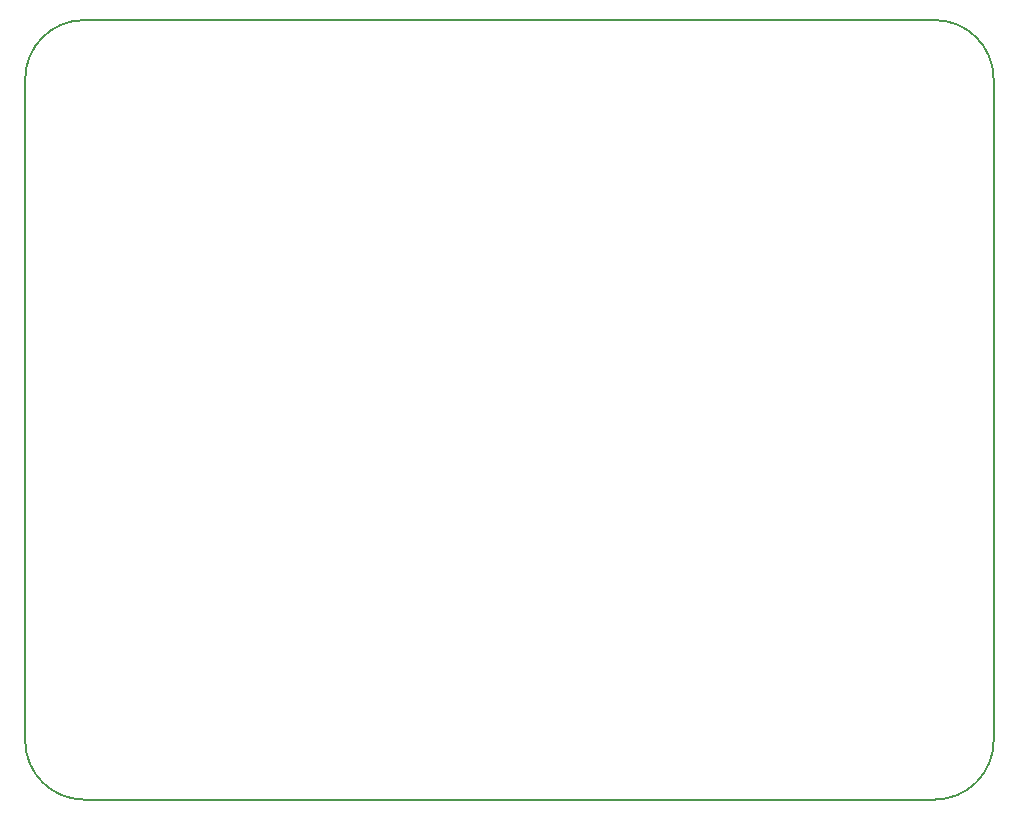
<source format=gm1>
%TF.GenerationSoftware,KiCad,Pcbnew,7.0.2*%
%TF.CreationDate,2024-02-18T17:49:51-06:00*%
%TF.ProjectId,Power-Secondary,506f7765-722d-4536-9563-6f6e64617279,rev?*%
%TF.SameCoordinates,Original*%
%TF.FileFunction,Profile,NP*%
%FSLAX46Y46*%
G04 Gerber Fmt 4.6, Leading zero omitted, Abs format (unit mm)*
G04 Created by KiCad (PCBNEW 7.0.2) date 2024-02-18 17:49:51*
%MOMM*%
%LPD*%
G01*
G04 APERTURE LIST*
%TA.AperFunction,Profile*%
%ADD10C,0.150000*%
%TD*%
G04 APERTURE END LIST*
D10*
X170000000Y-48000000D02*
X170000000Y-104000000D01*
X165000000Y-109000000D02*
G75*
G03*
X170000000Y-104000000I0J5000000D01*
G01*
X93000000Y-43000000D02*
G75*
G03*
X88000000Y-48000000I0J-5000000D01*
G01*
X170000000Y-48000000D02*
G75*
G03*
X165000000Y-43000000I-5000000J0D01*
G01*
X93000000Y-43000000D02*
X165000000Y-43000000D01*
X93000000Y-109000000D02*
X165000000Y-109000000D01*
X88000000Y-48000000D02*
X88000000Y-104000000D01*
X88000000Y-104000000D02*
G75*
G03*
X93000000Y-109000000I5000000J0D01*
G01*
M02*

</source>
